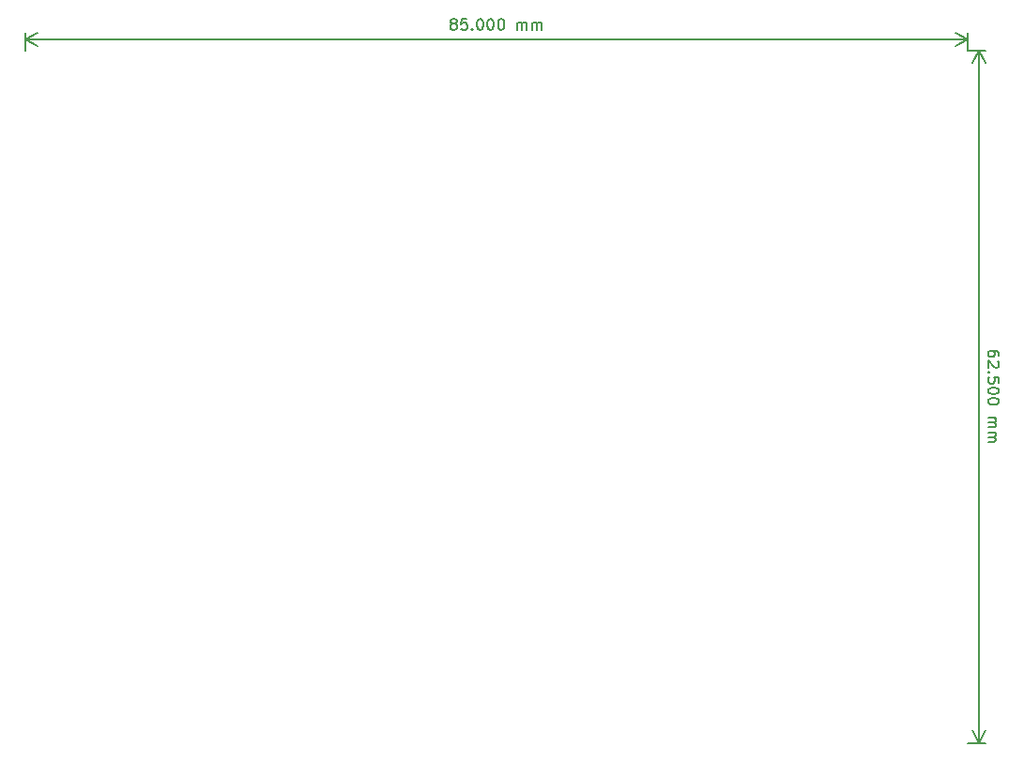
<source format=gbr>
G04 #@! TF.GenerationSoftware,KiCad,Pcbnew,(5.1.2)-1*
G04 #@! TF.CreationDate,2019-06-29T15:08:14-05:00*
G04 #@! TF.ProjectId,TPDSI_1,54504453-495f-4312-9e6b-696361645f70,1.3*
G04 #@! TF.SameCoordinates,Original*
G04 #@! TF.FileFunction,Drawing*
%FSLAX46Y46*%
G04 Gerber Fmt 4.6, Leading zero omitted, Abs format (unit mm)*
G04 Created by KiCad (PCBNEW (5.1.2)-1) date 2019-06-29 15:08:14*
%MOMM*%
%LPD*%
G04 APERTURE LIST*
%ADD10C,0.150000*%
G04 APERTURE END LIST*
D10*
X145547619Y-59080952D02*
X145452380Y-59033333D01*
X145404761Y-58985714D01*
X145357142Y-58890476D01*
X145357142Y-58842857D01*
X145404761Y-58747619D01*
X145452380Y-58700000D01*
X145547619Y-58652380D01*
X145738095Y-58652380D01*
X145833333Y-58700000D01*
X145880952Y-58747619D01*
X145928571Y-58842857D01*
X145928571Y-58890476D01*
X145880952Y-58985714D01*
X145833333Y-59033333D01*
X145738095Y-59080952D01*
X145547619Y-59080952D01*
X145452380Y-59128571D01*
X145404761Y-59176190D01*
X145357142Y-59271428D01*
X145357142Y-59461904D01*
X145404761Y-59557142D01*
X145452380Y-59604761D01*
X145547619Y-59652380D01*
X145738095Y-59652380D01*
X145833333Y-59604761D01*
X145880952Y-59557142D01*
X145928571Y-59461904D01*
X145928571Y-59271428D01*
X145880952Y-59176190D01*
X145833333Y-59128571D01*
X145738095Y-59080952D01*
X146833333Y-58652380D02*
X146357142Y-58652380D01*
X146309523Y-59128571D01*
X146357142Y-59080952D01*
X146452380Y-59033333D01*
X146690476Y-59033333D01*
X146785714Y-59080952D01*
X146833333Y-59128571D01*
X146880952Y-59223809D01*
X146880952Y-59461904D01*
X146833333Y-59557142D01*
X146785714Y-59604761D01*
X146690476Y-59652380D01*
X146452380Y-59652380D01*
X146357142Y-59604761D01*
X146309523Y-59557142D01*
X147309523Y-59557142D02*
X147357142Y-59604761D01*
X147309523Y-59652380D01*
X147261904Y-59604761D01*
X147309523Y-59557142D01*
X147309523Y-59652380D01*
X147976190Y-58652380D02*
X148071428Y-58652380D01*
X148166666Y-58700000D01*
X148214285Y-58747619D01*
X148261904Y-58842857D01*
X148309523Y-59033333D01*
X148309523Y-59271428D01*
X148261904Y-59461904D01*
X148214285Y-59557142D01*
X148166666Y-59604761D01*
X148071428Y-59652380D01*
X147976190Y-59652380D01*
X147880952Y-59604761D01*
X147833333Y-59557142D01*
X147785714Y-59461904D01*
X147738095Y-59271428D01*
X147738095Y-59033333D01*
X147785714Y-58842857D01*
X147833333Y-58747619D01*
X147880952Y-58700000D01*
X147976190Y-58652380D01*
X148928571Y-58652380D02*
X149023809Y-58652380D01*
X149119047Y-58700000D01*
X149166666Y-58747619D01*
X149214285Y-58842857D01*
X149261904Y-59033333D01*
X149261904Y-59271428D01*
X149214285Y-59461904D01*
X149166666Y-59557142D01*
X149119047Y-59604761D01*
X149023809Y-59652380D01*
X148928571Y-59652380D01*
X148833333Y-59604761D01*
X148785714Y-59557142D01*
X148738095Y-59461904D01*
X148690476Y-59271428D01*
X148690476Y-59033333D01*
X148738095Y-58842857D01*
X148785714Y-58747619D01*
X148833333Y-58700000D01*
X148928571Y-58652380D01*
X149880952Y-58652380D02*
X149976190Y-58652380D01*
X150071428Y-58700000D01*
X150119047Y-58747619D01*
X150166666Y-58842857D01*
X150214285Y-59033333D01*
X150214285Y-59271428D01*
X150166666Y-59461904D01*
X150119047Y-59557142D01*
X150071428Y-59604761D01*
X149976190Y-59652380D01*
X149880952Y-59652380D01*
X149785714Y-59604761D01*
X149738095Y-59557142D01*
X149690476Y-59461904D01*
X149642857Y-59271428D01*
X149642857Y-59033333D01*
X149690476Y-58842857D01*
X149738095Y-58747619D01*
X149785714Y-58700000D01*
X149880952Y-58652380D01*
X151404761Y-59652380D02*
X151404761Y-58985714D01*
X151404761Y-59080952D02*
X151452380Y-59033333D01*
X151547619Y-58985714D01*
X151690476Y-58985714D01*
X151785714Y-59033333D01*
X151833333Y-59128571D01*
X151833333Y-59652380D01*
X151833333Y-59128571D02*
X151880952Y-59033333D01*
X151976190Y-58985714D01*
X152119047Y-58985714D01*
X152214285Y-59033333D01*
X152261904Y-59128571D01*
X152261904Y-59652380D01*
X152738095Y-59652380D02*
X152738095Y-58985714D01*
X152738095Y-59080952D02*
X152785714Y-59033333D01*
X152880952Y-58985714D01*
X153023809Y-58985714D01*
X153119047Y-59033333D01*
X153166666Y-59128571D01*
X153166666Y-59652380D01*
X153166666Y-59128571D02*
X153214285Y-59033333D01*
X153309523Y-58985714D01*
X153452380Y-58985714D01*
X153547619Y-59033333D01*
X153595238Y-59128571D01*
X153595238Y-59652380D01*
X107000000Y-60500000D02*
X192000000Y-60500000D01*
X107000000Y-61500000D02*
X107000000Y-59913579D01*
X192000000Y-61500000D02*
X192000000Y-59913579D01*
X192000000Y-60500000D02*
X190873496Y-61086421D01*
X192000000Y-60500000D02*
X190873496Y-59913579D01*
X107000000Y-60500000D02*
X108126504Y-61086421D01*
X107000000Y-60500000D02*
X108126504Y-59913579D01*
X194847619Y-89083333D02*
X194847619Y-88892857D01*
X194800000Y-88797619D01*
X194752380Y-88750000D01*
X194609523Y-88654761D01*
X194419047Y-88607142D01*
X194038095Y-88607142D01*
X193942857Y-88654761D01*
X193895238Y-88702380D01*
X193847619Y-88797619D01*
X193847619Y-88988095D01*
X193895238Y-89083333D01*
X193942857Y-89130952D01*
X194038095Y-89178571D01*
X194276190Y-89178571D01*
X194371428Y-89130952D01*
X194419047Y-89083333D01*
X194466666Y-88988095D01*
X194466666Y-88797619D01*
X194419047Y-88702380D01*
X194371428Y-88654761D01*
X194276190Y-88607142D01*
X194752380Y-89559523D02*
X194800000Y-89607142D01*
X194847619Y-89702380D01*
X194847619Y-89940476D01*
X194800000Y-90035714D01*
X194752380Y-90083333D01*
X194657142Y-90130952D01*
X194561904Y-90130952D01*
X194419047Y-90083333D01*
X193847619Y-89511904D01*
X193847619Y-90130952D01*
X193942857Y-90559523D02*
X193895238Y-90607142D01*
X193847619Y-90559523D01*
X193895238Y-90511904D01*
X193942857Y-90559523D01*
X193847619Y-90559523D01*
X194847619Y-91511904D02*
X194847619Y-91035714D01*
X194371428Y-90988095D01*
X194419047Y-91035714D01*
X194466666Y-91130952D01*
X194466666Y-91369047D01*
X194419047Y-91464285D01*
X194371428Y-91511904D01*
X194276190Y-91559523D01*
X194038095Y-91559523D01*
X193942857Y-91511904D01*
X193895238Y-91464285D01*
X193847619Y-91369047D01*
X193847619Y-91130952D01*
X193895238Y-91035714D01*
X193942857Y-90988095D01*
X194847619Y-92178571D02*
X194847619Y-92273809D01*
X194800000Y-92369047D01*
X194752380Y-92416666D01*
X194657142Y-92464285D01*
X194466666Y-92511904D01*
X194228571Y-92511904D01*
X194038095Y-92464285D01*
X193942857Y-92416666D01*
X193895238Y-92369047D01*
X193847619Y-92273809D01*
X193847619Y-92178571D01*
X193895238Y-92083333D01*
X193942857Y-92035714D01*
X194038095Y-91988095D01*
X194228571Y-91940476D01*
X194466666Y-91940476D01*
X194657142Y-91988095D01*
X194752380Y-92035714D01*
X194800000Y-92083333D01*
X194847619Y-92178571D01*
X194847619Y-93130952D02*
X194847619Y-93226190D01*
X194800000Y-93321428D01*
X194752380Y-93369047D01*
X194657142Y-93416666D01*
X194466666Y-93464285D01*
X194228571Y-93464285D01*
X194038095Y-93416666D01*
X193942857Y-93369047D01*
X193895238Y-93321428D01*
X193847619Y-93226190D01*
X193847619Y-93130952D01*
X193895238Y-93035714D01*
X193942857Y-92988095D01*
X194038095Y-92940476D01*
X194228571Y-92892857D01*
X194466666Y-92892857D01*
X194657142Y-92940476D01*
X194752380Y-92988095D01*
X194800000Y-93035714D01*
X194847619Y-93130952D01*
X193847619Y-94654761D02*
X194514285Y-94654761D01*
X194419047Y-94654761D02*
X194466666Y-94702380D01*
X194514285Y-94797619D01*
X194514285Y-94940476D01*
X194466666Y-95035714D01*
X194371428Y-95083333D01*
X193847619Y-95083333D01*
X194371428Y-95083333D02*
X194466666Y-95130952D01*
X194514285Y-95226190D01*
X194514285Y-95369047D01*
X194466666Y-95464285D01*
X194371428Y-95511904D01*
X193847619Y-95511904D01*
X193847619Y-95988095D02*
X194514285Y-95988095D01*
X194419047Y-95988095D02*
X194466666Y-96035714D01*
X194514285Y-96130952D01*
X194514285Y-96273809D01*
X194466666Y-96369047D01*
X194371428Y-96416666D01*
X193847619Y-96416666D01*
X194371428Y-96416666D02*
X194466666Y-96464285D01*
X194514285Y-96559523D01*
X194514285Y-96702380D01*
X194466666Y-96797619D01*
X194371428Y-96845238D01*
X193847619Y-96845238D01*
X193000000Y-61500000D02*
X193000000Y-124000000D01*
X192000000Y-61500000D02*
X193586421Y-61500000D01*
X192000000Y-124000000D02*
X193586421Y-124000000D01*
X193000000Y-124000000D02*
X192413579Y-122873496D01*
X193000000Y-124000000D02*
X193586421Y-122873496D01*
X193000000Y-61500000D02*
X192413579Y-62626504D01*
X193000000Y-61500000D02*
X193586421Y-62626504D01*
M02*

</source>
